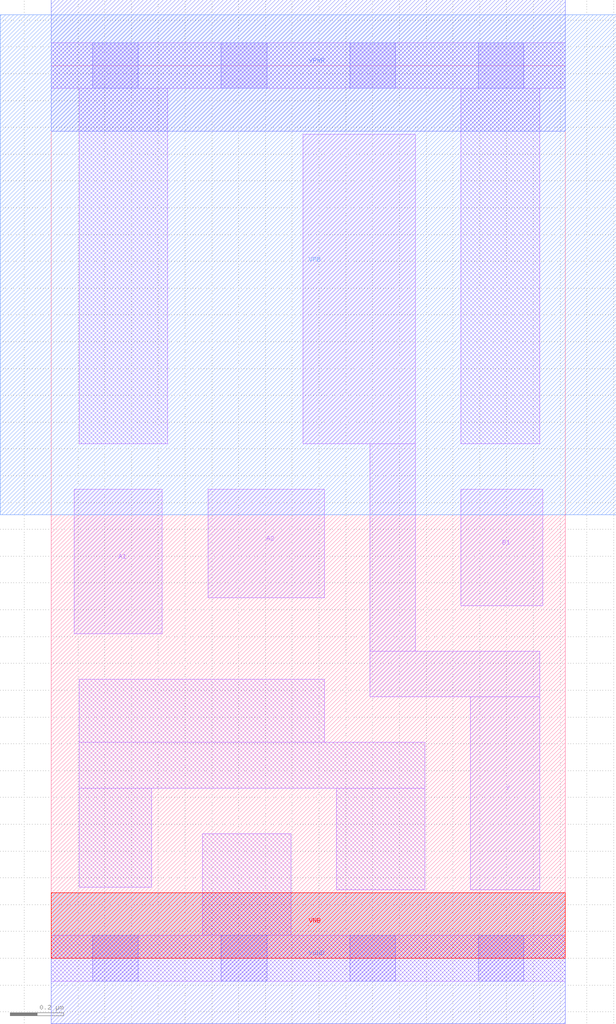
<source format=lef>
# Copyright 2020 The SkyWater PDK Authors
#
# Licensed under the Apache License, Version 2.0 (the "License");
# you may not use this file except in compliance with the License.
# You may obtain a copy of the License at
#
#     https://www.apache.org/licenses/LICENSE-2.0
#
# Unless required by applicable law or agreed to in writing, software
# distributed under the License is distributed on an "AS IS" BASIS,
# WITHOUT WARRANTIES OR CONDITIONS OF ANY KIND, either express or implied.
# See the License for the specific language governing permissions and
# limitations under the License.
#
# SPDX-License-Identifier: Apache-2.0

VERSION 5.7 ;
  NOWIREEXTENSIONATPIN ON ;
  DIVIDERCHAR "/" ;
  BUSBITCHARS "[]" ;
MACRO sky130_fd_sc_lp__o21ai_1
  CLASS CORE ;
  FOREIGN sky130_fd_sc_lp__o21ai_1 ;
  ORIGIN  0.000000  0.000000 ;
  SIZE  1.920000 BY  3.330000 ;
  SYMMETRY X Y R90 ;
  SITE unit ;
  PIN A1
    ANTENNAGATEAREA  0.315000 ;
    DIRECTION INPUT ;
    USE SIGNAL ;
    PORT
      LAYER li1 ;
        RECT 0.085000 1.210000 0.415000 1.750000 ;
    END
  END A1
  PIN A2
    ANTENNAGATEAREA  0.315000 ;
    DIRECTION INPUT ;
    USE SIGNAL ;
    PORT
      LAYER li1 ;
        RECT 0.585000 1.345000 1.020000 1.750000 ;
    END
  END A2
  PIN B1
    ANTENNAGATEAREA  0.315000 ;
    DIRECTION INPUT ;
    USE SIGNAL ;
    PORT
      LAYER li1 ;
        RECT 1.530000 1.315000 1.835000 1.750000 ;
    END
  END B1
  PIN Y
    ANTENNADIFFAREA  0.789600 ;
    DIRECTION OUTPUT ;
    USE SIGNAL ;
    PORT
      LAYER li1 ;
        RECT 0.940000 1.920000 1.360000 3.075000 ;
        RECT 1.190000 0.975000 1.825000 1.145000 ;
        RECT 1.190000 1.145000 1.360000 1.920000 ;
        RECT 1.565000 0.255000 1.825000 0.975000 ;
    END
  END Y
  PIN VGND
    DIRECTION INOUT ;
    USE GROUND ;
    PORT
      LAYER met1 ;
        RECT 0.000000 -0.245000 1.920000 0.245000 ;
    END
  END VGND
  PIN VNB
    DIRECTION INOUT ;
    USE GROUND ;
    PORT
      LAYER pwell ;
        RECT 0.000000 0.000000 1.920000 0.245000 ;
    END
  END VNB
  PIN VPB
    DIRECTION INOUT ;
    USE POWER ;
    PORT
      LAYER nwell ;
        RECT -0.190000 1.655000 2.110000 3.520000 ;
    END
  END VPB
  PIN VPWR
    DIRECTION INOUT ;
    USE POWER ;
    PORT
      LAYER met1 ;
        RECT 0.000000 3.085000 1.920000 3.575000 ;
    END
  END VPWR
  OBS
    LAYER li1 ;
      RECT 0.000000 -0.085000 1.920000 0.085000 ;
      RECT 0.000000  3.245000 1.920000 3.415000 ;
      RECT 0.105000  0.265000 0.375000 0.635000 ;
      RECT 0.105000  0.635000 1.395000 0.805000 ;
      RECT 0.105000  0.805000 1.020000 1.040000 ;
      RECT 0.105000  1.920000 0.435000 3.245000 ;
      RECT 0.565000  0.085000 0.895000 0.465000 ;
      RECT 1.065000  0.255000 1.395000 0.635000 ;
      RECT 1.530000  1.920000 1.825000 3.245000 ;
    LAYER mcon ;
      RECT 0.155000 -0.085000 0.325000 0.085000 ;
      RECT 0.155000  3.245000 0.325000 3.415000 ;
      RECT 0.635000 -0.085000 0.805000 0.085000 ;
      RECT 0.635000  3.245000 0.805000 3.415000 ;
      RECT 1.115000 -0.085000 1.285000 0.085000 ;
      RECT 1.115000  3.245000 1.285000 3.415000 ;
      RECT 1.595000 -0.085000 1.765000 0.085000 ;
      RECT 1.595000  3.245000 1.765000 3.415000 ;
  END
END sky130_fd_sc_lp__o21ai_1
END LIBRARY

</source>
